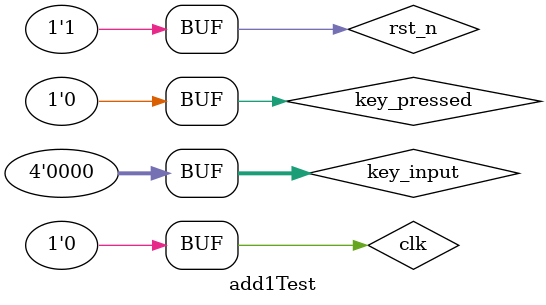
<source format=v>
`timescale 1ns / 1ps


module add1Test;

	// Inputs
	reg key_pressed;
	reg [3:0] key_input;
	reg clk;
	reg rst_n;

	// Outputs
	wire [3:0] value1;
	wire [3:0] value2;
	wire [3:0] value3;
	wire [3:0] value4;

	// Instantiate the Unit Under Test (UUT)
	add1 uut (
		.value1(value1), 
		.value2(value2), 
		.value3(value3), 
		.value4(value4), 
		.key_pressed(key_pressed), 
		.key_input(key_input), 
		.clk(clk), 
		.rst_n(rst_n)
	);

	initial begin
		// Initialize Inputs
		key_pressed = 0;
		key_input = 0;
		clk = 0;
		rst_n = 0;

		// Wait 100 ns for global reset to finish
		#100;
        
		// Add stimulus here
		rst_n = 1;
		
		//2+6
		#50 clk = 1;	key_input = 4'd2;	key_pressed = 1'b1;	//2
		#50 clk = 0;	#50 clk = 1;
		#50 clk = 0;	key_input = 4'b0;	key_pressed = 1'b0;					
		#50 clk = 1;	#50 clk = 0;
		#50 clk = 1;	key_input = 4'hA;	key_pressed = 1'b1;	//go to next state
		#50 clk = 0;	#50 clk = 1;
		#50 clk = 0;	key_input = 4'b0;	key_pressed = 1'b0;	
		#50 clk = 1;	#50 clk = 0;
		#50 clk = 1;	key_input = 4'd6;	key_pressed = 1'b1;	//6
		#50 clk = 0;	#50 clk = 1;		
		#50 clk = 0;	key_input = 4'b0;	key_pressed = 1'b0;					
		#50 clk = 1;	#50 clk = 0;		
		#50 clk = 1;	key_input = 4'hE;	key_pressed = 1'b1;	//go to next state
		#50 clk = 0;	#50 clk = 1;
		#50 clk = 0;	key_pressed = 1'b0;	key_input  = 4'b0;
		#50 clk = 1;	#50 clk = 0;
		#50 clk = 1;	key_input = 4'hC;	key_pressed = 1'b1;	//back to IDLE
		#50 clk = 0;	#50 clk = 1;
		#50 clk = 0;	key_pressed = 1'b0;	key_input  = 4'b0;
		
		//7+1
		#50 clk = 1;	key_input = 4'd7;	key_pressed = 1'b1;
		#50 clk = 0;	#50 clk = 1;
		#50 clk = 0;	key_input = 4'b0;	key_pressed = 1'b0;	
		#50 clk = 1;	#50 clk = 0;
		#50 clk = 1;	key_input = 4'hA;	key_pressed = 1'b1;
		#50 clk = 0;	#50 clk = 1;
		#50 clk = 0;	key_input = 4'b0;	key_pressed = 1'b0;	
		#50 clk = 1;	#50 clk = 0;
		#50 clk = 1;	key_input = 4'd1;	key_pressed = 1'b1;
		#50 clk = 0;	#50 clk = 1;		
		#50 clk = 0;	key_input = 4'b0;	key_pressed = 1'b0;	
		#50 clk = 1;	#50 clk = 0;		
		#50 clk = 1;	key_input = 4'hE;	key_pressed = 1'b1;	
		#50 clk = 0;	#50 clk = 1;
		#50 clk = 0;	key_pressed = 1'b0;	key_input  = 4'b0;
		#50 clk = 1;	#50 clk = 0;
		#50 clk = 1;	key_input = 4'hC;	key_pressed = 1'b1;
		#50 clk = 0;	#50 clk = 1;
		#50 clk = 0;	key_pressed = 1'b0;	key_input  = 4'b0;					
		
		//5+5
		#50 clk = 1;	key_input = 4'd5;	key_pressed = 1'b1;
		#50 clk = 0;	#50 clk = 1;
		#50 clk = 0;	key_input = 4'b0;	key_pressed = 1'b0;	
		#50 clk = 1;	#50 clk = 0;
		#50 clk = 1;	key_input = 4'hA;	key_pressed = 1'b1;
		#50 clk = 0;	#50 clk = 1;
		#50 clk = 0;	key_input = 4'b0;	key_pressed = 1'b0;	
		#50 clk = 1;	#50 clk = 0;
		#50 clk = 1;	key_input = 4'd5;	key_pressed = 1'b1;
		#50 clk = 0;	#50 clk = 1;		
		#50 clk = 0;	key_input = 4'b0;	key_pressed = 1'b0;	
		#50 clk = 1;	#50 clk = 0;		
		#50 clk = 1;	key_input = 4'hE;	key_pressed = 1'b1;	
		#50 clk = 0;	#50 clk = 1;
		#50 clk = 0;	key_pressed = 1'b0;	key_input  = 4'b0;
		#50 clk = 1;	#50 clk = 0;
		#50 clk = 1;	key_input = 4'hC;	key_pressed = 1'b1;
		#50 clk = 0;	#50 clk = 1;
		#50 clk = 0;	key_pressed = 1'b0;	key_input  = 4'b0;					
		
		//8+4
		#50 clk = 1;	key_input = 4'd8;	key_pressed = 1'b1;
		#50 clk = 0;	#50 clk = 1;
		#50 clk = 0;	key_input = 4'b0;	key_pressed = 1'b0;	
		#50 clk = 1;	#50 clk = 0;
		#50 clk = 1;	key_input = 4'hA;	key_pressed = 1'b1;
		#50 clk = 0;	#50 clk = 1;
		#50 clk = 0;	key_input = 4'b0;	key_pressed = 1'b0;	
		#50 clk = 1;	#50 clk = 0;
		#50 clk = 1;	key_input = 4'd4;	key_pressed = 1'b1;
		#50 clk = 0;	#50 clk = 1;		
		#50 clk = 0;	key_input = 4'b0;	key_pressed = 1'b0;	
		#50 clk = 1;	#50 clk = 0;		
		#50 clk = 1;	key_input = 4'hE;	key_pressed = 1'b1;	
		#50 clk = 0;	#50 clk = 1;
		#50 clk = 0;	key_pressed = 1'b0;	key_input  = 4'b0;
		#50 clk = 1;	#50 clk = 0;
		#50 clk = 1;	key_input = 4'hC;	key_pressed = 1'b1;
		#50 clk = 0;	#50 clk = 1;
		#50 clk = 0;	key_pressed = 1'b0;	key_input  = 4'b0;					
		
		//6+4
		#50 clk = 1;	key_input = 4'd6;	key_pressed = 1'b1;
		#50 clk = 0;	#50 clk = 1;
		#50 clk = 0;	key_input = 4'b0;	key_pressed = 1'b0;	
		#50 clk = 1;	#50 clk = 0;
		#50 clk = 1;	key_input = 4'hA;	key_pressed = 1'b1;
		#50 clk = 0;	#50 clk = 1;
		#50 clk = 0;	key_input = 4'b0;	key_pressed = 1'b0;	
		#50 clk = 1;	#50 clk = 0;
		#50 clk = 1;	key_input = 4'd4;	key_pressed = 1'b1;
		#50 clk = 0;	#50 clk = 1;		
		#50 clk = 0;	key_input = 4'b0;	key_pressed = 1'b0;	
		#50 clk = 1;	#50 clk = 0;		
		#50 clk = 1;	key_input = 4'hE;	key_pressed = 1'b1;	
		#50 clk = 0;	#50 clk = 1;
		#50 clk = 0;	key_pressed = 1'b0;	key_input  = 4'b0;
		#50 clk = 1;	#50 clk = 0;
		#50 clk = 1;	key_input = 4'hC;	key_pressed = 1'b1;
		#50 clk = 0;	#50 clk = 1;
		#50 clk = 0;	key_pressed = 1'b0;	key_input  = 4'b0;					
		
		//9+9
		#50 clk = 1;	key_input = 4'd9;	key_pressed = 1'b1;
		#50 clk = 0;	#50 clk = 1;
		#50 clk = 0;	key_input = 4'b0;	key_pressed = 1'b0;	
		#50 clk = 1;	#50 clk = 0;
		#50 clk = 1;	key_input = 4'hA;	key_pressed = 1'b1;
		#50 clk = 0;	#50 clk = 1;
		#50 clk = 0;	key_input = 4'b0;	key_pressed = 1'b0;	
		#50 clk = 1;	#50 clk = 0;
		#50 clk = 1;	key_input = 4'd9;	key_pressed = 1'b1;
		#50 clk = 0;	#50 clk = 1;		
		#50 clk = 0;	key_input = 4'b0;	key_pressed = 1'b0;	
		#50 clk = 1;	#50 clk = 0;		
		#50 clk = 1;	key_input = 4'hE;	key_pressed = 1'b1;	
		#50 clk = 0;	#50 clk = 1;
		#50 clk = 0;	key_pressed = 1'b0;	key_input  = 4'b0;
		#50 clk = 1;	#50 clk = 0;
		#50 clk = 1;	key_input = 4'hC;	key_pressed = 1'b1;
		#50 clk = 0;	#50 clk = 1;
		#50 clk = 0;	key_pressed = 1'b0;	key_input  = 4'b0;					
		
		
		
	
	end
      
endmodule


</source>
